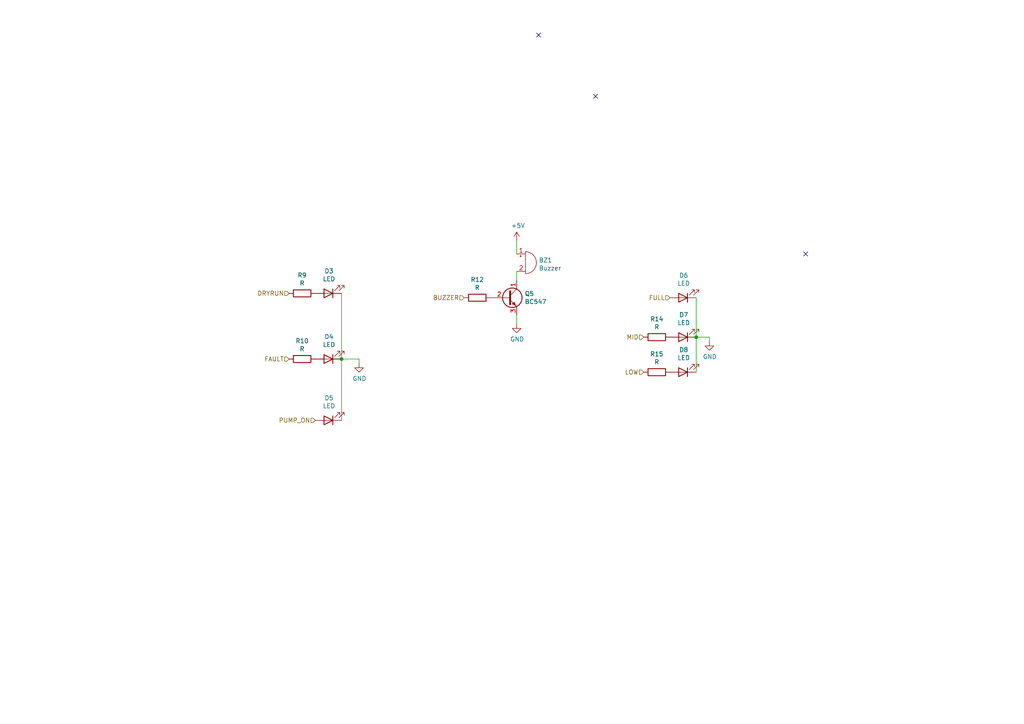
<source format=kicad_sch>
(kicad_sch (version 20211123) (generator eeschema)
  (paper "A4")
  (lib_symbols
    (symbol "Device:Buzzer" (pin_names (offset 0.0254) hide)
      (property "Reference" "BZ" (at 3.81 1.27 0))
      (property "Value" "Buzzer" (at 3.81 -1.27 0))
      (symbol "Buzzer_0_1"
        (arc (start 0 -3.175) (mid 3.175 0) (end 0 3.175))
        (polyline (pts (xy -1.651 1.905) (xy -1.143 1.905)))
        (polyline (pts (xy -1.397 2.159) (xy -1.397 1.651)))
        (polyline (pts (xy 0 3.175) (xy 0 -3.175)))
      )
      (symbol "Buzzer_1_1"
        (pin passive line (at -2.54 2.54 0) (length 2.54) (name "-") (number "1"))
        (pin passive line (at -2.54 -2.54 0) (length 2.54) (name "+") (number "2"))
      )
    )
    (symbol "Device:LED" (pin_numbers hide) (pin_names (offset 1.016) hide)
      (property "Reference" "D" (at 0 2.54 0))
      (property "Value" "LED" (at 0 -2.54 0))
      (symbol "LED_0_1"
        (polyline (pts (xy -1.27 -1.27) (xy -1.27 1.27)) (stroke (width 0.254)))
        (polyline (pts (xy -1.27 0) (xy 1.27 0)))
        (polyline (pts (xy 1.27 -1.27) (xy 1.27 1.27) (xy -1.27 0) (xy 1.27 -1.27)) (stroke (width 0.254)))
        (polyline (pts (xy -3.048 -0.762) (xy -4.572 -2.286) (xy -3.81 -2.286) (xy -4.572 -2.286) (xy -4.572 -1.524)))
        (polyline (pts (xy -1.778 -0.762) (xy -3.302 -2.286) (xy -2.54 -2.286) (xy -3.302 -2.286) (xy -3.302 -1.524)))
      )
      (symbol "LED_1_1"
        (pin passive line (at -3.81 0 0) (length 2.54) (name "K") (number "1"))
        (pin passive line (at 3.81 0 180) (length 2.54) (name "A") (number "2"))
      )
    )
    (symbol "Device:R" (pin_numbers hide) (pin_names (offset 0))
      (property "Reference" "R" (at 2.032 0 90))
      (property "Value" "R" (at 0 0 90))
      (symbol "R_0_1"
        (rectangle (start -1.016 -2.54) (end 1.016 2.54) (stroke (width 0.254)))
      )
      (symbol "R_1_1"
        (pin passive line (at 0 3.81 270) (length 1.27) (name "~") (number "1"))
        (pin passive line (at 0 -3.81 90) (length 1.27) (name "~") (number "2"))
      )
    )
    (symbol "Transistor_BJT:BC547" (pin_names (offset 0) hide)
      (property "Reference" "Q" (at 5.08 1.905 0))
      (property "Value" "BC547" (at 5.08 0 0))
      (symbol "BC547_0_1"
        (polyline (pts (xy 0 0) (xy 0.635 0)))
        (polyline (pts (xy 0.635 0.635) (xy 2.54 2.54)))
        (polyline (pts (xy 0.635 -0.635) (xy 2.54 -2.54) (xy 2.54 -2.54)))
        (polyline (pts (xy 0.635 1.905) (xy 0.635 -1.905) (xy 0.635 -1.905)) (stroke (width 0.508)))
        (polyline (pts (xy 1.27 -1.778) (xy 1.778 -1.27) (xy 2.286 -2.286) (xy 1.27 -1.778) (xy 1.27 -1.778)) (fill (type outline)))
        (circle (center 1.27 0) (radius 2.8194) (stroke (width 0.254)))
      )
      (symbol "BC547_1_1"
        (pin passive line (at 2.54 5.08 270) (length 2.54) (name "C") (number "1"))
        (pin input line (at -5.08 0 0) (length 5.08) (name "B") (number "2"))
        (pin passive line (at 2.54 -5.08 90) (length 2.54) (name "E") (number "3"))
      )
    )
    (symbol "power:+5V" (power) (pin_names (offset 0))
      (property "Value" "+5V" (at 0 3.556 0))
      (symbol "+5V_0_1"
        (polyline (pts (xy -0.762 1.27) (xy 0 2.54)))
        (polyline (pts (xy 0 0) (xy 0 2.54)))
        (polyline (pts (xy 0 2.54) (xy 0.762 1.27)))
      )
      (symbol "+5V_1_1"
        (pin power_in line (at 0 0 90) (length 0) hide (name "+5V") (number "1"))
      )
    )
    (symbol "power:GND" (power) (pin_names (offset 0))
      (property "Value" "GND" (at 0 -3.81 0))
      (symbol "GND_0_1"
        (polyline (pts (xy 0 0) (xy 0 -1.27) (xy 1.27 -1.27) (xy 0 -2.54) (xy -1.27 -1.27) (xy 0 -1.27)))
      )
      (symbol "GND_1_1"
        (pin power_in line (at 0 0 270) (length 0) hide (name "GND") (number "1"))
      )
    )
  )
  (junction (at 99.06 104.14))
  (junction (at 201.93 97.79))
  (no_connect (at 233.68 73.66))
  (no_connect (at 156.21 10.16))
  (no_connect (at 172.72 27.94))
  (wire (pts (xy 205.74 97.79) (xy 205.74 99.06)))
  (wire (pts (xy 201.93 97.79) (xy 201.93 107.95)))
  (wire (pts (xy 104.14 104.14) (xy 104.14 105.41)))
  (wire (pts (xy 201.93 86.36) (xy 201.93 97.79)))
  (wire (pts (xy 149.86 69.85) (xy 149.86 73.66)))
  (wire (pts (xy 99.06 104.14) (xy 99.06 121.92)))
  (wire (pts (xy 99.06 104.14) (xy 104.14 104.14)))
  (wire (pts (xy 201.93 97.79) (xy 205.74 97.79)))
  (wire (pts (xy 149.86 93.98) (xy 149.86 91.44)))
  (wire (pts (xy 99.06 85.09) (xy 99.06 104.14)))
  (wire (pts (xy 149.86 78.74) (xy 149.86 81.28)))
  (hierarchical_label "BUZZER" (shape input) (at 134.62 86.36 180))
  (hierarchical_label "LOW" (shape input) (at 186.69 107.95 180))
  (hierarchical_label "PUMP_ON" (shape input) (at 91.44 121.92 180))
  (hierarchical_label "FAULT" (shape input) (at 83.82 104.14 180))
  (hierarchical_label "FULL" (shape input) (at 194.31 86.36 180))
  (hierarchical_label "DRYRUN" (shape input) (at 83.82 85.09 180))
  (hierarchical_label "MID" (shape input) (at 186.69 97.79 180))
  (symbol (lib_id "Device:LED") (at 95.25 85.09 180) (unit 1)
    (property "Reference" "D3" (at 95.4278 78.613 0))
    (property "Value" "LED" (at 95.4278 80.9244 0))
    (property "Footprint" "LED_THT:LED_D3.0mm" (effects hide))
  )
  (symbol (lib_id "power:GND") (at 104.14 105.41 0) (unit 1)
    (property "Reference" "#PWR012" (effects hide))
    (property "Value" "GND" (at 104.267 109.8042 0))
  )
  (symbol (lib_id "power:GND") (at 205.74 99.06 0) (unit 1)
    (property "Reference" "#PWR015" (effects hide))
    (property "Value" "GND" (at 205.867 103.4542 0))
  )
  (symbol (lib_id "Device:R") (at 87.63 85.09 90) (unit 1)
    (property "Reference" "R9" (at 87.63 79.8322 90))
    (property "Value" "R" (at 87.63 82.1436 90))
    (property "Footprint" "Resistor_THT:R_Axial_DIN0207_L6.3mm_D2.5mm_P10.16mm_Horizontal" (effects hide))
  )
  (symbol (lib_id "Transistor_BJT:BC547") (at 147.32 86.36 0) (unit 1)
    (property "Reference" "Q5" (at 152.1714 85.1916 0) (effects (justify left)))
    (property "Value" "BC547" (at 152.1714 87.503 0) (effects (justify left)))
    (property "Footprint" "Package_TO_SOT_THT:TO-92L_Wide" (effects hide))
    (property "Datasheet" "https://www.onsemi.com/pub/Collateral/BC550-D.pdf" (effects hide))
  )
  (symbol (lib_id "Device:Buzzer") (at 152.4 76.2 0) (unit 1)
    (property "Reference" "BZ1" (at 156.2608 75.4634 0) (effects (justify left)))
    (property "Value" "Buzzer" (at 156.2608 77.7748 0) (effects (justify left)))
    (property "Footprint" "Buzzer_Beeper:Buzzer_12x9.5RM7.6" (effects hide))
  )
  (symbol (lib_id "power:GND") (at 149.86 93.98 0) (unit 1)
    (property "Reference" "#PWR014" (effects hide))
    (property "Value" "GND" (at 149.987 98.3742 0))
  )
  (symbol (lib_id "power:+5V") (at 149.86 69.85 0) (unit 1)
    (property "Reference" "#PWR013" (effects hide))
    (property "Value" "+5V" (at 150.241 65.4558 0))
  )
  (symbol (lib_id "Device:R") (at 87.63 104.14 90) (unit 1)
    (property "Reference" "R10" (at 87.63 98.8822 90))
    (property "Value" "R" (at 87.63 101.1936 90))
    (property "Footprint" "Resistor_THT:R_Axial_DIN0207_L6.3mm_D2.5mm_P10.16mm_Horizontal" (effects hide))
  )
  (symbol (lib_id "Device:R") (at 138.43 86.36 90) (unit 1)
    (property "Reference" "R12" (at 138.43 81.1022 90))
    (property "Value" "R" (at 138.43 83.4136 90))
    (property "Footprint" "Resistor_THT:R_Axial_DIN0207_L6.3mm_D2.5mm_P10.16mm_Horizontal" (effects hide))
  )
  (symbol (lib_id "Device:R") (at 190.5 97.79 90) (unit 1)
    (property "Reference" "R14" (at 190.5 92.5322 90))
    (property "Value" "R" (at 190.5 94.8436 90))
    (property "Footprint" "Resistor_THT:R_Axial_DIN0207_L6.3mm_D2.5mm_P10.16mm_Horizontal" (effects hide))
  )
  (symbol (lib_id "Device:R") (at 190.5 107.95 90) (unit 1)
    (property "Reference" "R15" (at 190.5 102.6922 90))
    (property "Value" "R" (at 190.5 105.0036 90))
    (property "Footprint" "Resistor_THT:R_Axial_DIN0207_L6.3mm_D2.5mm_P10.16mm_Horizontal" (effects hide))
  )
  (symbol (lib_id "Device:LED") (at 95.25 104.14 180) (unit 1)
    (property "Reference" "D4" (at 95.4278 97.663 0))
    (property "Value" "LED" (at 95.4278 99.9744 0))
    (property "Footprint" "LED_THT:LED_D3.0mm" (effects hide))
  )
  (symbol (lib_id "Device:LED") (at 95.25 121.92 180) (unit 1)
    (property "Reference" "D5" (at 95.4278 115.443 0))
    (property "Value" "LED" (at 95.4278 117.7544 0))
    (property "Footprint" "LED_THT:LED_D3.0mm" (effects hide))
  )
  (symbol (lib_id "Device:LED") (at 198.12 86.36 180) (unit 1)
    (property "Reference" "D6" (at 198.2978 79.883 0))
    (property "Value" "LED" (at 198.2978 82.1944 0))
    (property "Footprint" "LED_THT:LED_D3.0mm" (effects hide))
  )
  (symbol (lib_id "Device:LED") (at 198.12 97.79 180) (unit 1)
    (property "Reference" "D7" (at 198.2978 91.313 0))
    (property "Value" "LED" (at 198.2978 93.6244 0))
    (property "Footprint" "LED_THT:LED_D3.0mm" (effects hide))
  )
  (symbol (lib_id "Device:LED") (at 198.12 107.95 180) (unit 1)
    (property "Reference" "D8" (at 198.2978 101.473 0))
    (property "Value" "LED" (at 198.2978 103.7844 0))
    (property "Footprint" "LED_THT:LED_D3.0mm" (effects hide))
  )
)
</source>
